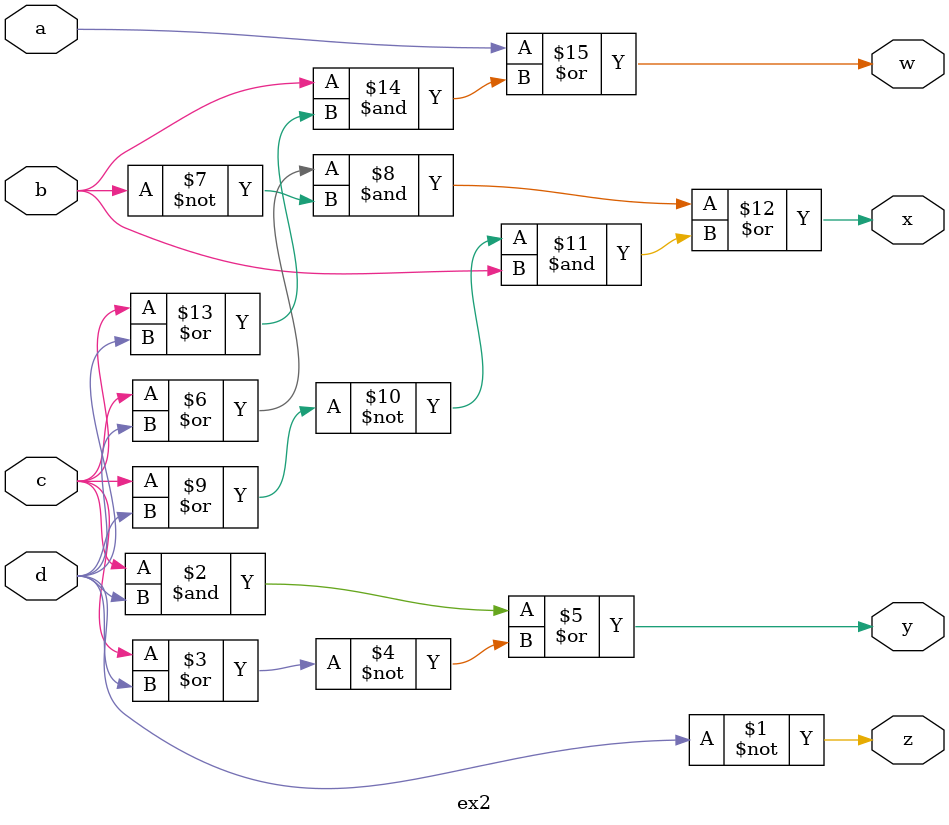
<source format=v>
`timescale 1ns / 1ps


module ex2(
  input a, b, c, d, 
  output w, x, y, z
  );

  assign z = ~d;
  assign y = (c & d) | ~(c | d);
  assign x = ((c | d) & ~b) | (~(c | d) & b);
  assign w = a | (b & (c | d));
  
  
endmodule

</source>
